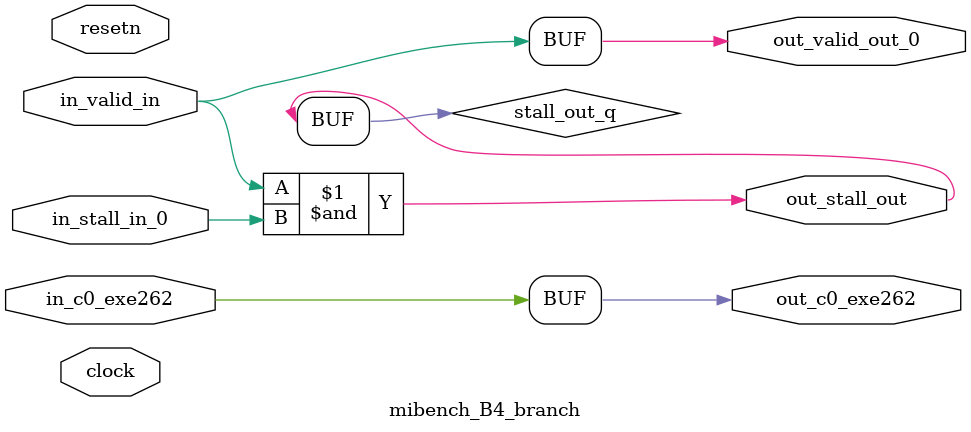
<source format=sv>



(* altera_attribute = "-name AUTO_SHIFT_REGISTER_RECOGNITION OFF; -name MESSAGE_DISABLE 10036; -name MESSAGE_DISABLE 10037; -name MESSAGE_DISABLE 14130; -name MESSAGE_DISABLE 14320; -name MESSAGE_DISABLE 15400; -name MESSAGE_DISABLE 14130; -name MESSAGE_DISABLE 10036; -name MESSAGE_DISABLE 12020; -name MESSAGE_DISABLE 12030; -name MESSAGE_DISABLE 12010; -name MESSAGE_DISABLE 12110; -name MESSAGE_DISABLE 14320; -name MESSAGE_DISABLE 13410; -name MESSAGE_DISABLE 113007; -name MESSAGE_DISABLE 10958" *)
module mibench_B4_branch (
    input wire [0:0] in_c0_exe262,
    input wire [0:0] in_stall_in_0,
    input wire [0:0] in_valid_in,
    output wire [0:0] out_c0_exe262,
    output wire [0:0] out_stall_out,
    output wire [0:0] out_valid_out_0,
    input wire clock,
    input wire resetn
    );

    wire [0:0] stall_out_q;


    // out_c0_exe262(GPOUT,5)
    assign out_c0_exe262 = in_c0_exe262;

    // stall_out(LOGICAL,8)
    assign stall_out_q = in_valid_in & in_stall_in_0;

    // out_stall_out(GPOUT,6)
    assign out_stall_out = stall_out_q;

    // out_valid_out_0(GPOUT,7)
    assign out_valid_out_0 = in_valid_in;

endmodule

</source>
